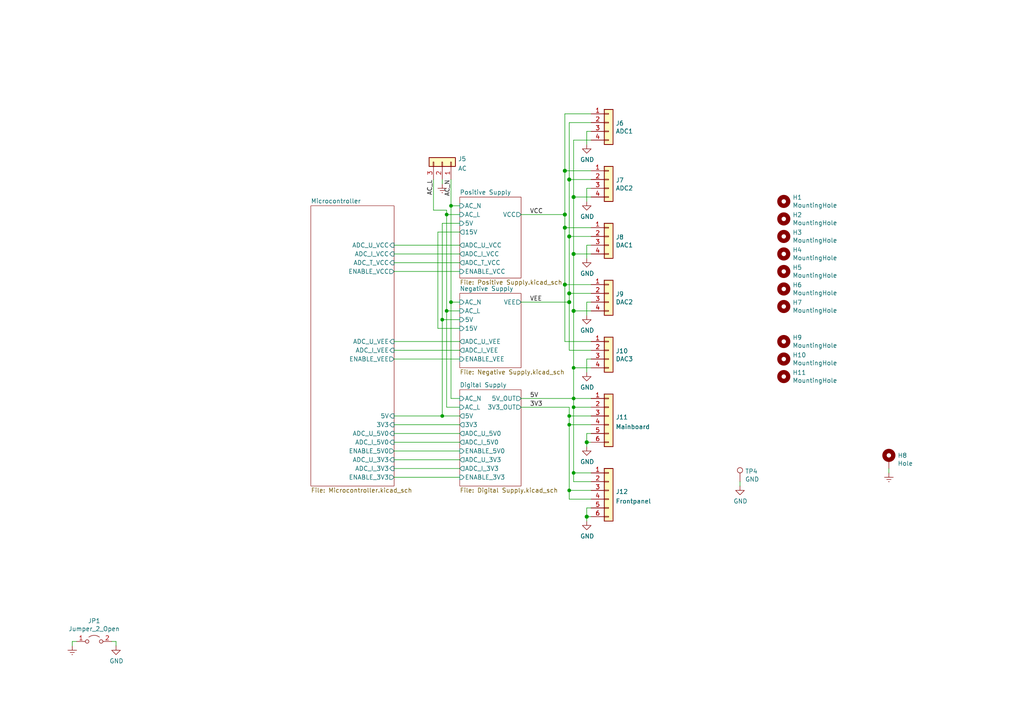
<source format=kicad_sch>
(kicad_sch (version 20211123) (generator eeschema)
  (paper "A4")
  (title_block (title "Power-Supply-2") (date "2022-01-13") (rev "1") (comment 1 "License: CC-BY-SA 4.0 ") (comment 2 "Author: Tobias Müller, twam.info"))
  (lib_symbols
    (symbol "Connector:TestPoint" (pin_numbers hide) (pin_names (offset 0.762) hide)
      (property "Reference" "TP" (at 0 6.858 0))
      (property "Value" "TestPoint" (at 0 5.08 0))
      (symbol "TestPoint_0_1"
        (circle (center 0 3.302) (radius 0.762))
      )
      (symbol "TestPoint_1_1"
        (pin passive line (at 0 0 90) (length 2.54) (name "1") (number "1"))
      )
    )
    (symbol "Connector_Generic:Conn_01x03" (pin_names (offset 1.016) hide)
      (property "Reference" "J" (at 0 5.08 0))
      (property "Value" "Conn_01x03" (at 0 -5.08 0))
      (symbol "Conn_01x03_1_1"
        (rectangle (start -1.27 -2.413) (end 0 -2.667) (stroke (width 0.1524)))
        (rectangle (start -1.27 0.127) (end 0 -0.127) (stroke (width 0.1524)))
        (rectangle (start -1.27 2.667) (end 0 2.413) (stroke (width 0.1524)))
        (rectangle (start -1.27 3.81) (end 1.27 -3.81) (stroke (width 0.254)) (fill (type background)))
        (pin passive line (at -5.08 2.54 0) (length 3.81) (name "Pin_1") (number "1"))
        (pin passive line (at -5.08 0 0) (length 3.81) (name "Pin_2") (number "2"))
        (pin passive line (at -5.08 -2.54 0) (length 3.81) (name "Pin_3") (number "3"))
      )
    )
    (symbol "Connector_Generic:Conn_01x04" (pin_names (offset 1.016) hide)
      (property "Reference" "J" (at 0 5.08 0))
      (property "Value" "Conn_01x04" (at 0 -7.62 0))
      (symbol "Conn_01x04_1_1"
        (rectangle (start -1.27 -4.953) (end 0 -5.207) (stroke (width 0.1524)))
        (rectangle (start -1.27 -2.413) (end 0 -2.667) (stroke (width 0.1524)))
        (rectangle (start -1.27 0.127) (end 0 -0.127) (stroke (width 0.1524)))
        (rectangle (start -1.27 2.667) (end 0 2.413) (stroke (width 0.1524)))
        (rectangle (start -1.27 3.81) (end 1.27 -6.35) (stroke (width 0.254)) (fill (type background)))
        (pin passive line (at -5.08 2.54 0) (length 3.81) (name "Pin_1") (number "1"))
        (pin passive line (at -5.08 0 0) (length 3.81) (name "Pin_2") (number "2"))
        (pin passive line (at -5.08 -2.54 0) (length 3.81) (name "Pin_3") (number "3"))
        (pin passive line (at -5.08 -5.08 0) (length 3.81) (name "Pin_4") (number "4"))
      )
    )
    (symbol "Connector_Generic:Conn_01x06" (pin_names (offset 1.016) hide)
      (property "Reference" "J" (at 0 7.62 0))
      (property "Value" "Conn_01x06" (at 0 -10.16 0))
      (symbol "Conn_01x06_1_1"
        (rectangle (start -1.27 -7.493) (end 0 -7.747) (stroke (width 0.1524)))
        (rectangle (start -1.27 -4.953) (end 0 -5.207) (stroke (width 0.1524)))
        (rectangle (start -1.27 -2.413) (end 0 -2.667) (stroke (width 0.1524)))
        (rectangle (start -1.27 0.127) (end 0 -0.127) (stroke (width 0.1524)))
        (rectangle (start -1.27 2.667) (end 0 2.413) (stroke (width 0.1524)))
        (rectangle (start -1.27 5.207) (end 0 4.953) (stroke (width 0.1524)))
        (rectangle (start -1.27 6.35) (end 1.27 -8.89) (stroke (width 0.254)) (fill (type background)))
        (pin passive line (at -5.08 5.08 0) (length 3.81) (name "Pin_1") (number "1"))
        (pin passive line (at -5.08 2.54 0) (length 3.81) (name "Pin_2") (number "2"))
        (pin passive line (at -5.08 0 0) (length 3.81) (name "Pin_3") (number "3"))
        (pin passive line (at -5.08 -2.54 0) (length 3.81) (name "Pin_4") (number "4"))
        (pin passive line (at -5.08 -5.08 0) (length 3.81) (name "Pin_5") (number "5"))
        (pin passive line (at -5.08 -7.62 0) (length 3.81) (name "Pin_6") (number "6"))
      )
    )
    (symbol "Jumper:Jumper_2_Open" (pin_names (offset 0) hide)
      (property "Reference" "JP" (at 0 2.794 0))
      (property "Value" "Jumper_2_Open" (at 0 -2.286 0))
      (symbol "Jumper_2_Open_0_0"
        (circle (center -2.032 0) (radius 0.508))
        (circle (center 2.032 0) (radius 0.508))
      )
      (symbol "Jumper_2_Open_0_1"
        (arc (start 1.524 1.27) (mid 0 1.778) (end -1.524 1.27))
      )
      (symbol "Jumper_2_Open_1_1"
        (pin passive line (at -5.08 0 0) (length 2.54) (name "A") (number "1"))
        (pin passive line (at 5.08 0 180) (length 2.54) (name "B") (number "2"))
      )
    )
    (symbol "Mechanical:MountingHole" (pin_names (offset 1.016))
      (property "Reference" "H" (at 0 5.08 0))
      (property "Value" "MountingHole" (at 0 3.175 0))
      (symbol "MountingHole_0_1"
        (circle (center 0 0) (radius 1.27) (stroke (width 1.27)))
      )
    )
    (symbol "Mechanical:MountingHole_Pad" (pin_numbers hide) (pin_names (offset 1.016) hide)
      (property "Reference" "H" (at 0 6.35 0))
      (property "Value" "MountingHole_Pad" (at 0 4.445 0))
      (symbol "MountingHole_Pad_0_1"
        (circle (center 0 1.27) (radius 1.27) (stroke (width 1.27)))
      )
      (symbol "MountingHole_Pad_1_1"
        (pin input line (at 0 -2.54 90) (length 2.54) (name "1") (number "1"))
      )
    )
    (symbol "power:Earth" (power) (pin_names (offset 0))
      (symbol "Earth_0_1"
        (polyline (pts (xy -0.635 -1.905) (xy 0.635 -1.905)))
        (polyline (pts (xy -0.127 -2.54) (xy 0.127 -2.54)))
        (polyline (pts (xy 0 -1.27) (xy 0 0)))
        (polyline (pts (xy 1.27 -1.27) (xy -1.27 -1.27)))
      )
      (symbol "Earth_1_1"
        (pin power_in line (at 0 0 270) (length 0) hide (name "Earth") (number "1"))
      )
    )
    (symbol "power:GND" (power) (pin_names (offset 0))
      (property "Value" "GND" (at 0 -3.81 0))
      (symbol "GND_0_1"
        (polyline (pts (xy 0 0) (xy 0 -1.27) (xy 1.27 -1.27) (xy 0 -2.54) (xy -1.27 -1.27) (xy 0 -1.27)))
      )
      (symbol "GND_1_1"
        (pin power_in line (at 0 0 270) (length 0) hide (name "GND") (number "1"))
      )
    )
  )
  (junction (at 129.54 62.23))
  (junction (at 166.37 115.57))
  (junction (at 165.1 123.19))
  (junction (at 128.27 120.65))
  (junction (at 163.83 66.04) (diameter 1.016))
  (junction (at 130.81 59.69))
  (junction (at 166.37 57.15) (diameter 1.016))
  (junction (at 165.1 52.07) (diameter 1.016))
  (junction (at 130.81 87.63))
  (junction (at 163.83 82.55) (diameter 1.016))
  (junction (at 129.54 90.17))
  (junction (at 163.83 62.23) (diameter 1.016))
  (junction (at 165.1 142.24))
  (junction (at 165.1 68.58) (diameter 1.016))
  (junction (at 163.83 49.53) (diameter 1.016))
  (junction (at 165.1 120.65))
  (junction (at 166.37 90.17) (diameter 1.016))
  (junction (at 128.27 92.71))
  (junction (at 166.37 118.11))
  (junction (at 165.1 85.09) (diameter 1.016))
  (junction (at 166.37 73.66) (diameter 1.016))
  (junction (at 170.18 149.86) (diameter 1.016))
  (junction (at 170.18 128.27) (diameter 1.016))
  (junction (at 165.1 87.63) (diameter 1.016))
  (junction (at 166.37 137.16))
  (junction (at 166.37 106.68))
  (wire (pts (xy 114.3 130.81) (xy 133.35 130.81)))
  (wire (pts (xy 170.18 104.14) (xy 170.18 107.95)))
  (wire (pts (xy 33.655 186.055) (xy 33.655 187.325)))
  (wire (pts (xy 114.3 73.66) (xy 133.35 73.66)))
  (wire (pts (xy 130.81 87.63) (xy 130.81 115.57)))
  (wire (pts (xy 171.45 104.14) (xy 170.18 104.14)))
  (wire (pts (xy 165.1 85.09) (xy 171.45 85.09)))
  (wire (pts (xy 214.63 140.97) (xy 214.63 139.7)))
  (wire (pts (xy 163.83 99.06) (xy 171.45 99.06)))
  (wire (pts (xy 114.3 125.73) (xy 133.35 125.73)))
  (wire (pts (xy 170.18 38.1) (xy 170.18 41.91)))
  (wire (pts (xy 114.3 135.89) (xy 133.35 135.89)))
  (wire (pts (xy 166.37 139.7) (xy 166.37 137.16)))
  (wire (pts (xy 166.37 57.15) (xy 171.45 57.15)))
  (wire (pts (xy 151.13 62.23) (xy 163.83 62.23)))
  (wire (pts (xy 163.83 33.02) (xy 171.45 33.02)))
  (wire (pts (xy 163.83 49.53) (xy 163.83 33.02)))
  (wire (pts (xy 163.83 62.23) (xy 163.83 49.53)))
  (wire (pts (xy 165.1 68.58) (xy 171.45 68.58)))
  (wire (pts (xy 170.18 54.61) (xy 170.18 58.42)))
  (wire (pts (xy 129.54 62.23) (xy 129.54 90.17)))
  (wire (pts (xy 151.13 118.11) (xy 165.1 118.11)))
  (wire (pts (xy 165.1 123.19) (xy 171.45 123.19)))
  (wire (pts (xy 22.225 186.055) (xy 20.955 186.055)))
  (wire (pts (xy 130.81 52.07) (xy 130.81 59.69)))
  (wire (pts (xy 128.27 52.07) (xy 128.27 53.34)))
  (wire (pts (xy 166.37 118.11) (xy 166.37 115.57)))
  (wire (pts (xy 114.3 120.65) (xy 128.27 120.65)))
  (wire (pts (xy 165.1 120.65) (xy 165.1 123.19)))
  (wire (pts (xy 171.45 71.12) (xy 170.18 71.12)))
  (wire (pts (xy 166.37 106.68) (xy 171.45 106.68)))
  (wire (pts (xy 166.37 40.64) (xy 171.45 40.64)))
  (wire (pts (xy 166.37 57.15) (xy 166.37 40.64)))
  (wire (pts (xy 166.37 73.66) (xy 166.37 57.15)))
  (wire (pts (xy 166.37 90.17) (xy 166.37 73.66)))
  (wire (pts (xy 166.37 106.68) (xy 166.37 90.17)))
  (wire (pts (xy 171.45 54.61) (xy 170.18 54.61)))
  (wire (pts (xy 114.3 104.14) (xy 133.35 104.14)))
  (wire (pts (xy 114.3 133.35) (xy 133.35 133.35)))
  (wire (pts (xy 163.83 66.04) (xy 171.45 66.04)))
  (wire (pts (xy 163.83 82.55) (xy 171.45 82.55)))
  (wire (pts (xy 20.955 187.325) (xy 20.955 186.055)))
  (wire (pts (xy 170.18 147.32) (xy 171.45 147.32)))
  (wire (pts (xy 166.37 137.16) (xy 166.37 118.11)))
  (wire (pts (xy 129.54 62.23) (xy 133.35 62.23)))
  (wire (pts (xy 170.18 125.73) (xy 171.45 125.73)))
  (wire (pts (xy 171.45 139.7) (xy 166.37 139.7)))
  (wire (pts (xy 133.35 118.11) (xy 129.54 118.11)))
  (wire (pts (xy 127 67.31) (xy 127 95.25)))
  (wire (pts (xy 166.37 90.17) (xy 171.45 90.17)))
  (wire (pts (xy 163.83 49.53) (xy 171.45 49.53)))
  (wire (pts (xy 165.1 101.6) (xy 171.45 101.6)))
  (wire (pts (xy 133.35 64.77) (xy 128.27 64.77)))
  (wire (pts (xy 257.81 137.16) (xy 257.81 135.89)))
  (wire (pts (xy 133.35 67.31) (xy 127 67.31)))
  (wire (pts (xy 170.18 149.86) (xy 170.18 147.32)))
  (wire (pts (xy 114.3 123.19) (xy 133.35 123.19)))
  (wire (pts (xy 170.18 71.12) (xy 170.18 74.93)))
  (wire (pts (xy 129.54 60.96) (xy 129.54 62.23)))
  (wire (pts (xy 129.54 90.17) (xy 133.35 90.17)))
  (wire (pts (xy 130.81 59.69) (xy 133.35 59.69)))
  (wire (pts (xy 165.1 52.07) (xy 171.45 52.07)))
  (wire (pts (xy 127 95.25) (xy 133.35 95.25)))
  (wire (pts (xy 130.81 115.57) (xy 133.35 115.57)))
  (wire (pts (xy 165.1 35.56) (xy 165.1 52.07)))
  (wire (pts (xy 165.1 52.07) (xy 165.1 68.58)))
  (wire (pts (xy 165.1 68.58) (xy 165.1 85.09)))
  (wire (pts (xy 165.1 85.09) (xy 165.1 87.63)))
  (wire (pts (xy 165.1 87.63) (xy 151.13 87.63)))
  (wire (pts (xy 165.1 144.78) (xy 165.1 142.24)))
  (wire (pts (xy 114.3 99.06) (xy 133.35 99.06)))
  (wire (pts (xy 170.18 128.27) (xy 170.18 125.73)))
  (wire (pts (xy 171.45 87.63) (xy 170.18 87.63)))
  (wire (pts (xy 170.18 151.13) (xy 170.18 149.86)))
  (wire (pts (xy 128.27 92.71) (xy 128.27 120.65)))
  (wire (pts (xy 129.54 90.17) (xy 129.54 118.11)))
  (wire (pts (xy 114.3 76.2) (xy 133.35 76.2)))
  (wire (pts (xy 114.3 128.27) (xy 133.35 128.27)))
  (wire (pts (xy 163.83 66.04) (xy 163.83 62.23)))
  (wire (pts (xy 130.81 87.63) (xy 133.35 87.63)))
  (wire (pts (xy 130.81 59.69) (xy 130.81 87.63)))
  (wire (pts (xy 171.45 144.78) (xy 165.1 144.78)))
  (wire (pts (xy 165.1 118.11) (xy 165.1 120.65)))
  (wire (pts (xy 114.3 101.6) (xy 133.35 101.6)))
  (wire (pts (xy 171.45 137.16) (xy 166.37 137.16)))
  (wire (pts (xy 125.73 60.96) (xy 129.54 60.96)))
  (wire (pts (xy 114.3 138.43) (xy 133.35 138.43)))
  (wire (pts (xy 165.1 35.56) (xy 171.45 35.56)))
  (wire (pts (xy 170.18 149.86) (xy 171.45 149.86)))
  (wire (pts (xy 163.83 82.55) (xy 163.83 66.04)))
  (wire (pts (xy 151.13 115.57) (xy 166.37 115.57)))
  (wire (pts (xy 114.3 78.74) (xy 133.35 78.74)))
  (wire (pts (xy 128.27 92.71) (xy 133.35 92.71)))
  (wire (pts (xy 163.83 99.06) (xy 163.83 82.55)))
  (wire (pts (xy 114.3 71.12) (xy 133.35 71.12)))
  (wire (pts (xy 171.45 38.1) (xy 170.18 38.1)))
  (wire (pts (xy 165.1 142.24) (xy 165.1 123.19)))
  (wire (pts (xy 32.385 186.055) (xy 33.655 186.055)))
  (wire (pts (xy 133.35 120.65) (xy 128.27 120.65)))
  (wire (pts (xy 166.37 115.57) (xy 171.45 115.57)))
  (wire (pts (xy 128.27 64.77) (xy 128.27 92.71)))
  (wire (pts (xy 171.45 120.65) (xy 165.1 120.65)))
  (wire (pts (xy 125.73 52.07) (xy 125.73 60.96)))
  (wire (pts (xy 165.1 142.24) (xy 171.45 142.24)))
  (wire (pts (xy 171.45 118.11) (xy 166.37 118.11)))
  (wire (pts (xy 170.18 87.63) (xy 170.18 91.44)))
  (wire (pts (xy 166.37 73.66) (xy 171.45 73.66)))
  (wire (pts (xy 170.18 128.27) (xy 171.45 128.27)))
  (wire (pts (xy 170.18 129.54) (xy 170.18 128.27)))
  (wire (pts (xy 166.37 106.68) (xy 166.37 115.57)))
  (wire (pts (xy 165.1 101.6) (xy 165.1 87.63)))
  (label "VEE" (at 153.67 87.63 0))
  (label "AC_N" (at 130.81 52.07 270))
  (label "5V" (at 153.67 115.57 0))
  (label "3V3" (at 153.67 118.11 0))
  (label "AC_L" (at 125.73 52.07 270))
  (label "VCC" (at 153.67 62.23 0))
  (symbol (lib_id "power:GND") (at 170.18 41.91 0) (unit 1)
    (property "Reference" "#PWR0104" (effects hide))
    (property "Value" "GND" (at 170.307 46.3042 0))
  )
  (symbol (lib_id "power:GND") (at 170.18 129.54 0) (unit 1)
    (property "Reference" "#PWR0128" (effects hide))
    (property "Value" "GND" (at 170.307 133.9342 0))
  )
  (symbol (lib_id "Connector:TestPoint") (at 214.63 139.7 0) (unit 1)
    (property "Reference" "TP4" (at 216.1032 136.7028 0) (effects (justify left)))
    (property "Value" "GND" (at 216.1032 139.0142 0) (effects (justify left)))
    (property "Footprint" "TestPoint:TestPoint_Pad_D2.0mm" (effects hide))
  )
  (symbol (lib_id "power:GND") (at 214.63 140.97 0) (unit 1)
    (property "Reference" "#PWR0130" (effects hide))
    (property "Value" "GND" (at 214.757 145.3642 0))
  )
  (symbol (lib_id "power:Earth") (at 20.955 187.325 0) (unit 1)
    (property "Reference" "#PWR0131" (effects hide))
    (property "Value" "Earth" (effects hide))
  )
  (symbol (lib_id "power:GND") (at 33.655 187.325 0) (unit 1)
    (property "Reference" "#PWR0132" (effects hide))
    (property "Value" "GND" (at 33.782 191.7192 0))
  )
  (symbol (lib_id "Jumper:Jumper_2_Open") (at 27.305 186.055 0) (unit 1)
    (property "Reference" "JP1" (at 27.305 180.086 0))
    (property "Value" "Jumper_2_Open" (at 27.305 182.3974 0))
    (property "Footprint" "Jumper:SolderJumper-2_P1.3mm_Open_RoundedPad1.0x1.5mm" (effects hide))
  )
  (symbol (lib_id "Mechanical:MountingHole") (at 227.33 109.22 0) (unit 1)
    (property "Reference" "H11" (at 229.87 108.0516 0) (effects (justify left)))
    (property "Value" "MountingHole" (at 229.87 110.363 0) (effects (justify left)))
    (property "Footprint" "MountingHole:MountingHole_JLCPCB" (effects hide))
  )
  (symbol (lib_id "Mechanical:MountingHole") (at 227.33 104.14 0) (unit 1)
    (property "Reference" "H10" (at 229.87 102.9716 0) (effects (justify left)))
    (property "Value" "MountingHole" (at 229.87 105.283 0) (effects (justify left)))
    (property "Footprint" "MountingHole:MountingHole_JLCPCB" (effects hide))
  )
  (symbol (lib_id "Mechanical:MountingHole") (at 227.33 99.06 0) (unit 1)
    (property "Reference" "H9" (at 229.87 97.8916 0) (effects (justify left)))
    (property "Value" "MountingHole" (at 229.87 100.203 0) (effects (justify left)))
    (property "Footprint" "MountingHole:MountingHole_JLCPCB" (effects hide))
  )
  (symbol (lib_id "Connector_Generic:Conn_01x04") (at 176.53 35.56 0) (unit 1)
    (property "Reference" "J6" (at 178.562 35.7632 0) (effects (justify left)))
    (property "Value" "ADC1" (at 178.562 38.0746 0) (effects (justify left)))
    (property "Footprint" "Connector_JST:JST_VH_B4P-VH_1x04_P3.96mm_Vertical" (effects hide))
  )
  (symbol (lib_id "power:GND") (at 170.18 58.42 0) (unit 1)
    (property "Reference" "#PWR0115" (effects hide))
    (property "Value" "GND" (at 170.307 62.8142 0))
  )
  (symbol (lib_id "Connector_Generic:Conn_01x04") (at 176.53 52.07 0) (unit 1)
    (property "Reference" "J7" (at 178.562 52.2732 0) (effects (justify left)))
    (property "Value" "ADC2" (at 178.562 54.5846 0) (effects (justify left)))
    (property "Footprint" "Connector_JST:JST_VH_B4P-VH_1x04_P3.96mm_Vertical" (effects hide))
  )
  (symbol (lib_id "power:GND") (at 170.18 74.93 0) (unit 1)
    (property "Reference" "#PWR0116" (effects hide))
    (property "Value" "GND" (at 170.307 79.3242 0))
  )
  (symbol (lib_id "Connector_Generic:Conn_01x04") (at 176.53 68.58 0) (unit 1)
    (property "Reference" "J8" (at 178.562 68.7832 0) (effects (justify left)))
    (property "Value" "DAC1" (at 178.562 71.0946 0) (effects (justify left)))
    (property "Footprint" "Connector_JST:JST_VH_B4P-VH_1x04_P3.96mm_Vertical" (effects hide))
  )
  (symbol (lib_id "power:GND") (at 170.18 91.44 0) (unit 1)
    (property "Reference" "#PWR0117" (effects hide))
    (property "Value" "GND" (at 170.307 95.8342 0))
  )
  (symbol (lib_id "Connector_Generic:Conn_01x04") (at 176.53 85.09 0) (unit 1)
    (property "Reference" "J9" (at 178.562 85.2932 0) (effects (justify left)))
    (property "Value" "DAC2" (at 178.562 87.6046 0) (effects (justify left)))
    (property "Footprint" "Connector_JST:JST_VH_B4P-VH_1x04_P3.96mm_Vertical" (effects hide))
  )
  (symbol (lib_id "power:GND") (at 170.18 107.95 0) (unit 1)
    (property "Reference" "#PWR0118" (effects hide))
    (property "Value" "GND" (at 170.307 112.3442 0))
  )
  (symbol (lib_id "Connector_Generic:Conn_01x04") (at 176.53 101.6 0) (unit 1)
    (property "Reference" "J10" (at 178.562 101.8032 0) (effects (justify left)))
    (property "Value" "DAC3" (at 178.562 104.1146 0) (effects (justify left)))
    (property "Footprint" "Connector_JST:JST_VH_B4P-VH_1x04_P3.96mm_Vertical" (effects hide))
  )
  (symbol (lib_id "Mechanical:MountingHole") (at 227.33 68.58 0) (unit 1)
    (property "Reference" "H3" (at 229.87 67.4116 0) (effects (justify left)))
    (property "Value" "MountingHole" (at 229.87 69.723 0) (effects (justify left)))
    (property "Footprint" "MountingHole:MountingHole_3.2mm_M3_DIN965" (effects hide))
  )
  (symbol (lib_id "Connector_Generic:Conn_01x03") (at 128.27 46.99 270) (mirror x) (unit 1)
    (property "Reference" "J5" (at 132.842 46.0815 90) (effects (justify left)))
    (property "Value" "AC" (at 132.842 48.8566 90) (effects (justify left)))
    (property "Footprint" "Connector_JST:JST_VH_B3P-VH_1x03_P3.96mm_Vertical" (effects hide))
  )
  (symbol (lib_id "Mechanical:MountingHole") (at 227.33 83.82 0) (unit 1)
    (property "Reference" "H6" (at 229.87 82.6516 0) (effects (justify left)))
    (property "Value" "MountingHole" (at 229.87 84.963 0) (effects (justify left)))
    (property "Footprint" "MountingHole:MountingHole_3.2mm_M3_DIN965" (effects hide))
  )
  (symbol (lib_id "Mechanical:MountingHole") (at 227.33 73.66 0) (unit 1)
    (property "Reference" "H4" (at 229.87 72.4916 0) (effects (justify left)))
    (property "Value" "MountingHole" (at 229.87 74.803 0) (effects (justify left)))
    (property "Footprint" "MountingHole:MountingHole_3.2mm_M3_DIN965" (effects hide))
  )
  (symbol (lib_id "Mechanical:MountingHole") (at 227.33 58.42 0) (unit 1)
    (property "Reference" "H1" (at 229.87 57.2516 0) (effects (justify left)))
    (property "Value" "MountingHole" (at 229.87 59.563 0) (effects (justify left)))
    (property "Footprint" "MountingHole:MountingHole_3.2mm_M3_DIN965" (effects hide))
  )
  (symbol (lib_id "Mechanical:MountingHole_Pad") (at 257.81 133.35 0) (unit 1)
    (property "Reference" "H8" (at 260.35 132.1054 0) (effects (justify left)))
    (property "Value" "Hole" (at 260.35 134.4168 0) (effects (justify left)))
    (property "Footprint" "MountingHole:MountingHole_3.2mm_M3_DIN965_Pad" (effects hide))
  )
  (symbol (lib_id "Mechanical:MountingHole") (at 227.33 78.74 0) (unit 1)
    (property "Reference" "H5" (at 229.87 77.5716 0) (effects (justify left)))
    (property "Value" "MountingHole" (at 229.87 79.883 0) (effects (justify left)))
    (property "Footprint" "MountingHole:MountingHole_3.2mm_M3_DIN965" (effects hide))
  )
  (symbol (lib_id "power:Earth") (at 128.27 53.34 0) (unit 1)
    (property "Reference" "#PWR0120" (effects hide))
    (property "Value" "Earth" (effects hide))
  )
  (symbol (lib_id "Mechanical:MountingHole") (at 227.33 88.9 0) (unit 1)
    (property "Reference" "H7" (at 229.87 87.7316 0) (effects (justify left)))
    (property "Value" "MountingHole" (at 229.87 90.043 0) (effects (justify left)))
    (property "Footprint" "MountingHole:MountingHole_3.2mm_M3_DIN965" (effects hide))
  )
  (symbol (lib_id "Mechanical:MountingHole") (at 227.33 63.5 0) (unit 1)
    (property "Reference" "H2" (at 229.87 62.3316 0) (effects (justify left)))
    (property "Value" "MountingHole" (at 229.87 64.643 0) (effects (justify left)))
    (property "Footprint" "MountingHole:MountingHole_3.2mm_M3_DIN965" (effects hide))
  )
  (symbol (lib_id "power:GND") (at 170.18 151.13 0) (unit 1)
    (property "Reference" "#PWR0126" (effects hide))
    (property "Value" "GND" (at 170.307 155.5242 0))
  )
  (symbol (lib_id "power:Earth") (at 257.81 137.16 0) (unit 1)
    (property "Reference" "#PWR0142" (effects hide))
    (property "Value" "Earth" (effects hide))
  )
  (symbol (lib_id "Connector_Generic:Conn_01x06") (at 176.53 142.24 0) (unit 1)
    (property "Reference" "J12" (at 178.562 142.6015 0) (effects (justify left)))
    (property "Value" "Frontpanel" (at 178.562 145.3766 0) (effects (justify left)))
    (property "Footprint" "Connector_JST:JST_VH_B6P-VH_1x06_P3.96mm_Vertical" (effects hide))
  )
  (symbol (lib_id "Connector_Generic:Conn_01x06") (at 176.53 120.65 0) (unit 1)
    (property "Reference" "J11" (at 178.562 121.0115 0) (effects (justify left)))
    (property "Value" "Mainboard" (at 178.562 123.7866 0) (effects (justify left)))
    (property "Footprint" "Connector_JST:JST_VH_B6P-VH_1x06_P3.96mm_Vertical" (effects hide))
  )
  (sheet (at 133.35 57.15) (size 17.78 23.495) (stroke (width 0.0006))
    (property "Sheet name" "Positive Supply" (at 133.35 56.5143 0) (effects (justify left bottom)))
    (property "Sheet file" "Positive Supply.kicad_sch" (at 133.35 81.1537 0) (effects (justify left top)))
    (pin "ADC_I_VCC" output (at 133.35 73.66 180))
    (pin "ENABLE_VCC" input (at 133.35 78.74 180))
    (pin "VCC" output (at 151.13 62.23 0))
    (pin "ADC_U_VCC" output (at 133.35 71.12 180))
    (pin "ADC_T_VCC" output (at 133.35 76.2 180))
    (pin "AC_L" input (at 133.35 62.23 180))
    (pin "AC_N" input (at 133.35 59.69 180))
    (pin "5V" input (at 133.35 64.77 180))
    (pin "15V" output (at 133.35 67.31 180))
  )
  (sheet (at 133.35 113.03) (size 17.78 27.94) (stroke (width 0.0006))
    (property "Sheet name" "Digital Supply" (at 133.35 112.3943 0) (effects (justify left bottom)))
    (property "Sheet file" "Digital Supply.kicad_sch" (at 133.35 141.4787 0) (effects (justify left top)))
    (pin "ADC_U_5V0" output (at 133.35 125.73 180))
    (pin "ADC_I_5V0" output (at 133.35 128.27 180))
    (pin "ENABLE_5V0" input (at 133.35 130.81 180))
    (pin "3V3" output (at 133.35 123.19 180))
    (pin "AC_N" input (at 133.35 115.57 180))
    (pin "AC_L" input (at 133.35 118.11 180))
    (pin "5V" output (at 133.35 120.65 180))
    (pin "5V_OUT" output (at 151.13 115.57 0))
    (pin "3V3_OUT" output (at 151.13 118.11 0))
    (pin "ADC_I_3V3" output (at 133.35 135.89 180))
    (pin "ADC_U_3V3" output (at 133.35 133.35 180))
    (pin "ENABLE_3V3" input (at 133.35 138.43 180))
  )
  (sheet (at 133.35 85.09) (size 17.78 21.59) (stroke (width 0.0006))
    (property "Sheet name" "Negative Supply" (at 133.35 84.4543 0) (effects (justify left bottom)))
    (property "Sheet file" "Negative Supply.kicad_sch" (at 133.35 107.1887 0) (effects (justify left top)))
    (pin "ENABLE_VEE" input (at 133.35 104.14 180))
    (pin "VEE" output (at 151.13 87.63 0))
    (pin "ADC_U_VEE" output (at 133.35 99.06 180))
    (pin "ADC_I_VEE" output (at 133.35 101.6 180))
    (pin "AC_L" input (at 133.35 90.17 180))
    (pin "AC_N" input (at 133.35 87.63 180))
    (pin "5V" input (at 133.35 92.71 180))
    (pin "15V" input (at 133.35 95.25 180))
  )
  (sheet (at 90.17 59.69) (size 24.13 81.28) (stroke (width 0.0006))
    (property "Sheet name" "Microcontroller" (at 90.17 59.0543 0) (effects (justify left bottom)))
    (property "Sheet file" "Microcontroller.kicad_sch" (at 90.17 141.4787 0) (effects (justify left top)))
    (pin "ADC_I_VCC" input (at 114.3 73.66 0))
    (pin "ADC_U_VCC" input (at 114.3 71.12 0))
    (pin "ADC_I_VEE" input (at 114.3 101.6 0))
    (pin "ADC_U_VEE" input (at 114.3 99.06 0))
    (pin "ADC_T_VCC" input (at 114.3 76.2 0))
    (pin "ENABLE_VEE" output (at 114.3 104.14 0))
    (pin "ENABLE_VCC" output (at 114.3 78.74 0))
    (pin "ADC_U_5V0" input (at 114.3 125.73 0))
    (pin "ENABLE_5V0" output (at 114.3 130.81 0))
    (pin "3V3" input (at 114.3 123.19 0))
    (pin "ADC_I_5V0" input (at 114.3 128.27 0))
    (pin "ADC_U_3V3" input (at 114.3 133.35 0))
    (pin "ENABLE_3V3" output (at 114.3 138.43 0))
    (pin "ADC_I_3V3" input (at 114.3 135.89 0))
    (pin "5V" input (at 114.3 120.65 0))
  )
)
</source>
